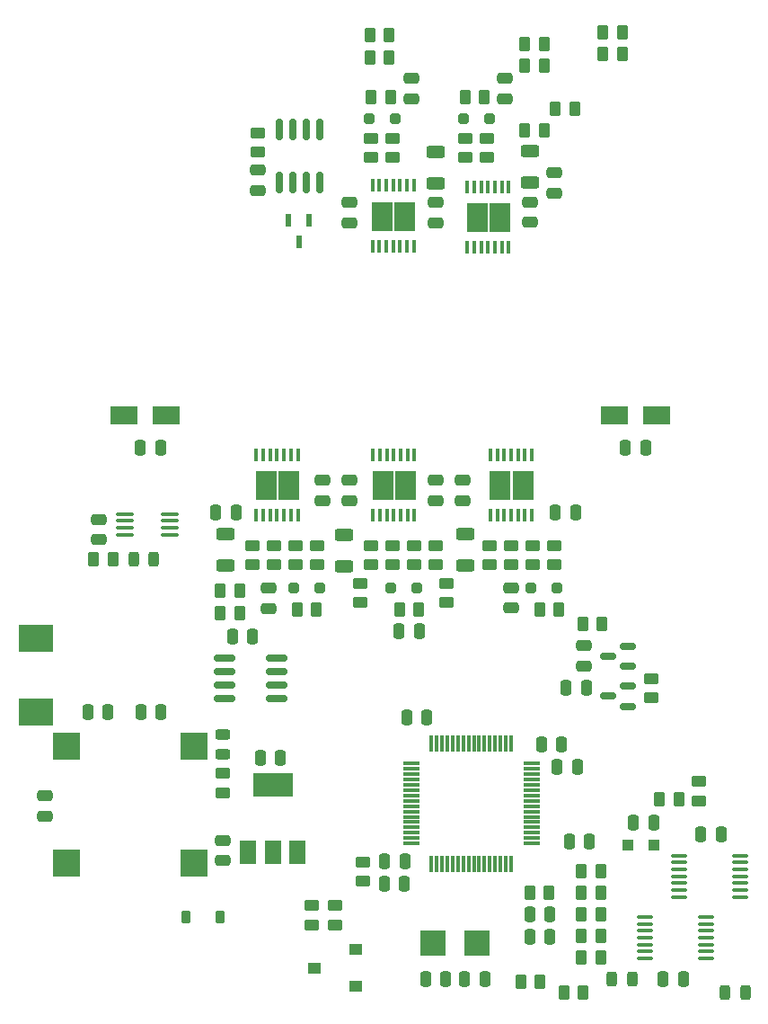
<source format=gtp>
G04 #@! TF.GenerationSoftware,KiCad,Pcbnew,7.0.6*
G04 #@! TF.CreationDate,2023-09-04T22:35:04-04:00*
G04 #@! TF.ProjectId,DingoPDM,44696e67-6f50-4444-9d2e-6b696361645f,v3*
G04 #@! TF.SameCoordinates,Original*
G04 #@! TF.FileFunction,Paste,Top*
G04 #@! TF.FilePolarity,Positive*
%FSLAX46Y46*%
G04 Gerber Fmt 4.6, Leading zero omitted, Abs format (unit mm)*
G04 Created by KiCad (PCBNEW 7.0.6) date 2023-09-04 22:35:04*
%MOMM*%
%LPD*%
G01*
G04 APERTURE LIST*
G04 Aperture macros list*
%AMRoundRect*
0 Rectangle with rounded corners*
0 $1 Rounding radius*
0 $2 $3 $4 $5 $6 $7 $8 $9 X,Y pos of 4 corners*
0 Add a 4 corners polygon primitive as box body*
4,1,4,$2,$3,$4,$5,$6,$7,$8,$9,$2,$3,0*
0 Add four circle primitives for the rounded corners*
1,1,$1+$1,$2,$3*
1,1,$1+$1,$4,$5*
1,1,$1+$1,$6,$7*
1,1,$1+$1,$8,$9*
0 Add four rect primitives between the rounded corners*
20,1,$1+$1,$2,$3,$4,$5,0*
20,1,$1+$1,$4,$5,$6,$7,0*
20,1,$1+$1,$6,$7,$8,$9,0*
20,1,$1+$1,$8,$9,$2,$3,0*%
G04 Aperture macros list end*
%ADD10C,0.010000*%
%ADD11RoundRect,0.250000X-0.262500X-0.450000X0.262500X-0.450000X0.262500X0.450000X-0.262500X0.450000X0*%
%ADD12RoundRect,0.243750X0.243750X0.456250X-0.243750X0.456250X-0.243750X-0.456250X0.243750X-0.456250X0*%
%ADD13RoundRect,0.250000X-0.450000X0.262500X-0.450000X-0.262500X0.450000X-0.262500X0.450000X0.262500X0*%
%ADD14RoundRect,0.250000X0.450000X-0.262500X0.450000X0.262500X-0.450000X0.262500X-0.450000X-0.262500X0*%
%ADD15RoundRect,0.150000X-0.825000X-0.150000X0.825000X-0.150000X0.825000X0.150000X-0.825000X0.150000X0*%
%ADD16R,2.400000X2.400000*%
%ADD17RoundRect,0.250000X-0.250000X-0.475000X0.250000X-0.475000X0.250000X0.475000X-0.250000X0.475000X0*%
%ADD18RoundRect,0.250000X-0.475000X0.250000X-0.475000X-0.250000X0.475000X-0.250000X0.475000X0.250000X0*%
%ADD19RoundRect,0.250000X0.475000X-0.250000X0.475000X0.250000X-0.475000X0.250000X-0.475000X-0.250000X0*%
%ADD20RoundRect,0.250000X0.250000X0.475000X-0.250000X0.475000X-0.250000X-0.475000X0.250000X-0.475000X0*%
%ADD21RoundRect,0.250000X0.625000X-0.312500X0.625000X0.312500X-0.625000X0.312500X-0.625000X-0.312500X0*%
%ADD22RoundRect,0.100000X0.637500X0.100000X-0.637500X0.100000X-0.637500X-0.100000X0.637500X-0.100000X0*%
%ADD23RoundRect,0.100000X0.712500X0.100000X-0.712500X0.100000X-0.712500X-0.100000X0.712500X-0.100000X0*%
%ADD24R,1.000000X1.000000*%
%ADD25RoundRect,0.250000X0.262500X0.450000X-0.262500X0.450000X-0.262500X-0.450000X0.262500X-0.450000X0*%
%ADD26R,0.450000X1.310000*%
%ADD27RoundRect,0.075000X0.075000X-0.700000X0.075000X0.700000X-0.075000X0.700000X-0.075000X-0.700000X0*%
%ADD28RoundRect,0.075000X0.700000X-0.075000X0.700000X0.075000X-0.700000X0.075000X-0.700000X-0.075000X0*%
%ADD29R,2.500000X2.500000*%
%ADD30RoundRect,0.150000X-0.150000X0.825000X-0.150000X-0.825000X0.150000X-0.825000X0.150000X0.825000X0*%
%ADD31RoundRect,0.243750X-0.456250X0.243750X-0.456250X-0.243750X0.456250X-0.243750X0.456250X0.243750X0*%
%ADD32R,0.600000X1.300000*%
%ADD33RoundRect,0.150000X0.587500X0.150000X-0.587500X0.150000X-0.587500X-0.150000X0.587500X-0.150000X0*%
%ADD34R,2.500000X1.700000*%
%ADD35RoundRect,0.250000X0.250000X0.250000X-0.250000X0.250000X-0.250000X-0.250000X0.250000X-0.250000X0*%
%ADD36RoundRect,0.250000X-0.625000X0.312500X-0.625000X-0.312500X0.625000X-0.312500X0.625000X0.312500X0*%
%ADD37RoundRect,0.250000X-0.250000X-0.250000X0.250000X-0.250000X0.250000X0.250000X-0.250000X0.250000X0*%
%ADD38R,1.500000X2.200000*%
%ADD39R,3.800000X2.200000*%
%ADD40RoundRect,0.225000X-0.225000X-0.375000X0.225000X-0.375000X0.225000X0.375000X-0.225000X0.375000X0*%
%ADD41R,3.300000X2.500000*%
%ADD42R,1.300000X1.000000*%
G04 APERTURE END LIST*
D10*
X10994800Y-14025000D02*
X9144800Y-14025000D01*
X9144800Y-11375000D01*
X10994800Y-11375000D01*
X10994800Y-14025000D01*
G36*
X10994800Y-14025000D02*
G01*
X9144800Y-14025000D01*
X9144800Y-11375000D01*
X10994800Y-11375000D01*
X10994800Y-14025000D01*
G37*
X13144800Y-14025000D02*
X11294800Y-14025000D01*
X11294800Y-11375000D01*
X13144800Y-11375000D01*
X13144800Y-14025000D01*
G36*
X13144800Y-14025000D02*
G01*
X11294800Y-14025000D01*
X11294800Y-11375000D01*
X13144800Y-11375000D01*
X13144800Y-14025000D01*
G37*
X-68000Y-14025000D02*
X-1918000Y-14025000D01*
X-1918000Y-11375000D01*
X-68000Y-11375000D01*
X-68000Y-14025000D01*
G36*
X-68000Y-14025000D02*
G01*
X-1918000Y-14025000D01*
X-1918000Y-11375000D01*
X-68000Y-11375000D01*
X-68000Y-14025000D01*
G37*
X2082000Y-14025000D02*
X232000Y-14025000D01*
X232000Y-11375000D01*
X2082000Y-11375000D01*
X2082000Y-14025000D01*
G36*
X2082000Y-14025000D02*
G01*
X232000Y-14025000D01*
X232000Y-11375000D01*
X2082000Y-11375000D01*
X2082000Y-14025000D01*
G37*
X10960400Y11227800D02*
X9110400Y11227800D01*
X9110400Y13877800D01*
X10960400Y13877800D01*
X10960400Y11227800D01*
G36*
X10960400Y11227800D02*
G01*
X9110400Y11227800D01*
X9110400Y13877800D01*
X10960400Y13877800D01*
X10960400Y11227800D01*
G37*
X8810400Y11227800D02*
X6960400Y11227800D01*
X6960400Y13877800D01*
X8810400Y13877800D01*
X8810400Y11227800D01*
G36*
X8810400Y11227800D02*
G01*
X6960400Y11227800D01*
X6960400Y13877800D01*
X8810400Y13877800D01*
X8810400Y11227800D01*
G37*
X2010400Y11329400D02*
X160400Y11329400D01*
X160400Y13979400D01*
X2010400Y13979400D01*
X2010400Y11329400D01*
G36*
X2010400Y11329400D02*
G01*
X160400Y11329400D01*
X160400Y13979400D01*
X2010400Y13979400D01*
X2010400Y11329400D01*
G37*
X-139600Y11329400D02*
X-1989600Y11329400D01*
X-1989600Y13979400D01*
X-139600Y13979400D01*
X-139600Y11329400D01*
G36*
X-139600Y11329400D02*
G01*
X-1989600Y11329400D01*
X-1989600Y13979400D01*
X-139600Y13979400D01*
X-139600Y11329400D01*
G37*
X-11072000Y-14025000D02*
X-12922000Y-14025000D01*
X-12922000Y-11375000D01*
X-11072000Y-11375000D01*
X-11072000Y-14025000D01*
G36*
X-11072000Y-14025000D02*
G01*
X-12922000Y-14025000D01*
X-12922000Y-11375000D01*
X-11072000Y-11375000D01*
X-11072000Y-14025000D01*
G37*
X-8922000Y-14025000D02*
X-10772000Y-14025000D01*
X-10772000Y-11375000D01*
X-8922000Y-11375000D01*
X-8922000Y-14025000D01*
G36*
X-8922000Y-14025000D02*
G01*
X-10772000Y-14025000D01*
X-10772000Y-11375000D01*
X-8922000Y-11375000D01*
X-8922000Y-14025000D01*
G37*
D11*
X13866500Y-59436000D03*
X12041500Y-59436000D03*
X16105500Y-60452000D03*
X17930500Y-60452000D03*
D12*
X22527500Y-59182000D03*
X20652500Y-59182000D03*
X33195500Y-60452000D03*
X31320500Y-60452000D03*
D13*
X11176000Y-18391500D03*
X11176000Y-20216500D03*
D14*
X15240000Y-20216500D03*
X15240000Y-18391500D03*
D15*
X-15872000Y-28956000D03*
X-15872000Y-30226000D03*
X-15872000Y-31496000D03*
X-15872000Y-32766000D03*
X-10922000Y-32766000D03*
X-10922000Y-31496000D03*
X-10922000Y-30226000D03*
X-10922000Y-28956000D03*
D16*
X3792000Y-55854600D03*
X7892000Y-55854600D03*
D17*
X-23810000Y-9144000D03*
X-21910000Y-9144000D03*
D18*
X-11684000Y-22418000D03*
X-11684000Y-24318000D03*
D19*
X-4064000Y-14158000D03*
X-4064000Y-12258000D03*
D20*
X2474000Y-26416000D03*
X574000Y-26416000D03*
X23810000Y-9144000D03*
X21910000Y-9144000D03*
D18*
X11176000Y-22352000D03*
X11176000Y-24252000D03*
D17*
X-16698000Y-15240000D03*
X-14798000Y-15240000D03*
D20*
X18222000Y-31811000D03*
X16322000Y-31811000D03*
D14*
X4064000Y-20216500D03*
X4064000Y-18391500D03*
D13*
X5080000Y-21947500D03*
X5080000Y-23772500D03*
X0Y-18391500D03*
X0Y-20216500D03*
D21*
X-4572000Y-20320000D03*
X-4572000Y-17395000D03*
D14*
X2032000Y-20216500D03*
X2032000Y-18391500D03*
D11*
X611500Y-24384000D03*
X2436500Y-24384000D03*
X17883500Y-25781000D03*
X19708500Y-25781000D03*
D22*
X32707500Y-51480000D03*
X32707500Y-50830000D03*
X32707500Y-50180000D03*
X32707500Y-49530000D03*
X32707500Y-48880000D03*
X32707500Y-48230000D03*
X32707500Y-47580000D03*
X26982500Y-47580000D03*
X26982500Y-48230000D03*
X26982500Y-48880000D03*
X26982500Y-49530000D03*
X26982500Y-50180000D03*
X26982500Y-50830000D03*
X26982500Y-51480000D03*
D17*
X13985200Y-37084000D03*
X15885200Y-37084000D03*
D23*
X-21050000Y-17358000D03*
X-21050000Y-16708000D03*
X-21050000Y-16058000D03*
X-21050000Y-15408000D03*
X-25275000Y-15408000D03*
X-25275000Y-16058000D03*
X-25275000Y-16708000D03*
X-25275000Y-17358000D03*
D20*
X24572000Y-44450000D03*
X22672000Y-44450000D03*
D24*
X24618000Y-46609000D03*
X22118000Y-46609000D03*
D13*
X28829000Y-40616500D03*
X28829000Y-42441500D03*
D25*
X26947500Y-42291000D03*
X25122500Y-42291000D03*
D19*
X-6604000Y-14158000D03*
X-6604000Y-12258000D03*
X4064000Y-14158000D03*
X4064000Y-12258000D03*
D26*
X9194800Y-15550000D03*
X9844800Y-15550000D03*
X10494800Y-15550000D03*
X11144800Y-15550000D03*
X11794800Y-15550000D03*
X12444800Y-15550000D03*
X13094800Y-15550000D03*
X13094800Y-9850000D03*
X12444800Y-9850000D03*
X11794800Y-9850000D03*
X11144800Y-9850000D03*
X10494800Y-9850000D03*
X9844800Y-9850000D03*
X9194800Y-9850000D03*
D19*
X6604000Y-14158000D03*
X6604000Y-12258000D03*
D20*
X17206000Y-15240000D03*
X15306000Y-15240000D03*
D13*
X-9144000Y-18391500D03*
X-9144000Y-20216500D03*
D25*
X14732000Y-51054000D03*
X12907000Y-51054000D03*
D19*
X-12700000Y15052000D03*
X-12700000Y16952000D03*
D14*
X24384000Y-32723500D03*
X24384000Y-30898500D03*
D27*
X3628000Y-48361600D03*
X4128000Y-48361600D03*
X4628000Y-48361600D03*
X5128000Y-48361600D03*
X5628000Y-48361600D03*
X6128000Y-48361600D03*
X6628000Y-48361600D03*
X7128000Y-48361600D03*
X7628000Y-48361600D03*
X8128000Y-48361600D03*
X8628000Y-48361600D03*
X9128000Y-48361600D03*
X9628000Y-48361600D03*
X10128000Y-48361600D03*
X10628000Y-48361600D03*
X11128000Y-48361600D03*
D28*
X13053000Y-46436600D03*
X13053000Y-45936600D03*
X13053000Y-45436600D03*
X13053000Y-44936600D03*
X13053000Y-44436600D03*
X13053000Y-43936600D03*
X13053000Y-43436600D03*
X13053000Y-42936600D03*
X13053000Y-42436600D03*
X13053000Y-41936600D03*
X13053000Y-41436600D03*
X13053000Y-40936600D03*
X13053000Y-40436600D03*
X13053000Y-39936600D03*
X13053000Y-39436600D03*
X13053000Y-38936600D03*
D27*
X11128000Y-37011600D03*
X10628000Y-37011600D03*
X10128000Y-37011600D03*
X9628000Y-37011600D03*
X9128000Y-37011600D03*
X8628000Y-37011600D03*
X8128000Y-37011600D03*
X7628000Y-37011600D03*
X7128000Y-37011600D03*
X6628000Y-37011600D03*
X6128000Y-37011600D03*
X5628000Y-37011600D03*
X5128000Y-37011600D03*
X4628000Y-37011600D03*
X4128000Y-37011600D03*
X3628000Y-37011600D03*
D28*
X1703000Y-38936600D03*
X1703000Y-39436600D03*
X1703000Y-39936600D03*
X1703000Y-40436600D03*
X1703000Y-40936600D03*
X1703000Y-41436600D03*
X1703000Y-41936600D03*
X1703000Y-42436600D03*
X1703000Y-42936600D03*
X1703000Y-43436600D03*
X1703000Y-43936600D03*
X1703000Y-44436600D03*
X1703000Y-44936600D03*
X1703000Y-45436600D03*
X1703000Y-45936600D03*
X1703000Y-46436600D03*
D26*
X-1868000Y-15550000D03*
X-1218000Y-15550000D03*
X-568000Y-15550000D03*
X82000Y-15550000D03*
X732000Y-15550000D03*
X1382000Y-15550000D03*
X2032000Y-15550000D03*
X2032000Y-9850000D03*
X1382000Y-9850000D03*
X732000Y-9850000D03*
X82000Y-9850000D03*
X-568000Y-9850000D03*
X-1218000Y-9850000D03*
X-1868000Y-9850000D03*
D18*
X18034000Y-27813000D03*
X18034000Y-29713000D03*
D11*
X13819500Y-24384000D03*
X15644500Y-24384000D03*
D20*
X14793000Y-55245000D03*
X12893000Y-55245000D03*
D29*
X-18765000Y-37299000D03*
X-18765000Y-48299000D03*
X-30765000Y-48299000D03*
X-30765000Y-37299000D03*
D30*
X-6908800Y20777200D03*
X-8178800Y20777200D03*
X-9448800Y20777200D03*
X-10718800Y20777200D03*
X-10718800Y15827200D03*
X-9448800Y15827200D03*
X-8178800Y15827200D03*
X-6908800Y15827200D03*
D13*
X-11176000Y-18391500D03*
X-11176000Y-20216500D03*
D17*
X-28763000Y-34036000D03*
X-26863000Y-34036000D03*
D20*
X-21849000Y-34036000D03*
X-23749000Y-34036000D03*
D19*
X-32766000Y-43876000D03*
X-32766000Y-41976000D03*
X-16002000Y-48067000D03*
X-16002000Y-46167000D03*
D20*
X-10607000Y-38354000D03*
X-12507000Y-38354000D03*
X4963200Y-59207400D03*
X3063200Y-59207400D03*
D17*
X6771600Y-59207400D03*
X8671600Y-59207400D03*
D31*
X-16002000Y-36146500D03*
X-16002000Y-38021500D03*
D32*
X-7924800Y12271200D03*
X-9824800Y12271200D03*
X-8874800Y10171200D03*
D12*
X-22557500Y-19685000D03*
X-24432500Y-19685000D03*
D33*
X22171900Y-33523000D03*
X22171900Y-31623000D03*
X20296900Y-32573000D03*
X22148800Y-29779000D03*
X22148800Y-27879000D03*
X20273800Y-28829000D03*
D25*
X-14454500Y-22606000D03*
X-16279500Y-22606000D03*
X-14454500Y-24765000D03*
X-16279500Y-24765000D03*
X-26392500Y-19685000D03*
X-28217500Y-19685000D03*
D20*
X1105600Y-48096800D03*
X-794400Y-48096800D03*
D13*
X-2032000Y-18391500D03*
X-2032000Y-20216500D03*
X-3048000Y-21947500D03*
X-3048000Y-23772500D03*
D14*
X0Y18137500D03*
X0Y19962500D03*
D18*
X15240000Y16698000D03*
X15240000Y14798000D03*
D34*
X-25368000Y-6096000D03*
X-21368000Y-6096000D03*
D35*
X15474000Y-22352000D03*
X12974000Y-22352000D03*
D20*
X1090400Y-50230400D03*
X-809600Y-50230400D03*
D26*
X10910400Y15402800D03*
X10260400Y15402800D03*
X9610400Y15402800D03*
X8960400Y15402800D03*
X8310400Y15402800D03*
X7660400Y15402800D03*
X7010400Y15402800D03*
X7010400Y9702800D03*
X7660400Y9702800D03*
X8310400Y9702800D03*
X8960400Y9702800D03*
X9610400Y9702800D03*
X10260400Y9702800D03*
X10910400Y9702800D03*
D35*
X2266000Y-22352000D03*
X-234000Y-22352000D03*
D11*
X15292700Y22707600D03*
X17117700Y22707600D03*
D17*
X16637000Y-46228000D03*
X18537000Y-46228000D03*
D13*
X13208000Y-18391500D03*
X13208000Y-20216500D03*
D25*
X8636000Y23876000D03*
X6811000Y23876000D03*
D13*
X-12700000Y20470500D03*
X-12700000Y18645500D03*
D26*
X1960400Y15504400D03*
X1310400Y15504400D03*
X660400Y15504400D03*
X10400Y15504400D03*
X-639600Y15504400D03*
X-1289600Y15504400D03*
X-1939600Y15504400D03*
X-1939600Y9804400D03*
X-1289600Y9804400D03*
X-639600Y9804400D03*
X10400Y9804400D03*
X660400Y9804400D03*
X1310400Y9804400D03*
X1960400Y9804400D03*
D14*
X8890000Y18137500D03*
X8890000Y19962500D03*
D36*
X12954000Y18734500D03*
X12954000Y15809500D03*
D14*
X-7620000Y-54102000D03*
X-7620000Y-52277000D03*
D11*
X17756500Y-49022000D03*
X19581500Y-49022000D03*
D25*
X-357500Y27559000D03*
X-2182500Y27559000D03*
D17*
X25466000Y-59182000D03*
X27366000Y-59182000D03*
D20*
X-13208000Y-26924000D03*
X-15108000Y-26924000D03*
D18*
X10541000Y25588000D03*
X10541000Y23688000D03*
D19*
X-27734500Y-17841000D03*
X-27734500Y-15941000D03*
D37*
X-2266000Y21844000D03*
X234000Y21844000D03*
D36*
X4064000Y18673000D03*
X4064000Y15748000D03*
D34*
X24860000Y-6096000D03*
X20860000Y-6096000D03*
D13*
X-2032000Y19962500D03*
X-2032000Y18137500D03*
D14*
X-2794000Y-50010700D03*
X-2794000Y-48185700D03*
D25*
X14247500Y26797000D03*
X12422500Y26797000D03*
D11*
X17756500Y-53086000D03*
X19581500Y-53086000D03*
D18*
X4064000Y13904000D03*
X4064000Y12004000D03*
D38*
X-13638600Y-47244000D03*
X-11338600Y-47244000D03*
X-9038600Y-47244000D03*
D39*
X-11338600Y-40944000D03*
D21*
X-15748000Y-20258500D03*
X-15748000Y-17333500D03*
D13*
X-13208000Y-18391500D03*
X-13208000Y-20216500D03*
D37*
X6624000Y21844000D03*
X9124000Y21844000D03*
D40*
X-19556000Y-53340000D03*
X-16256000Y-53340000D03*
D18*
X-4064000Y13904000D03*
X-4064000Y12004000D03*
D20*
X14793000Y-53086000D03*
X12893000Y-53086000D03*
D11*
X12422500Y20701000D03*
X14247500Y20701000D03*
D13*
X-16002000Y-39829100D03*
X-16002000Y-41654100D03*
D11*
X19788500Y29972000D03*
X21613500Y29972000D03*
D18*
X12954000Y13970000D03*
X12954000Y12070000D03*
D11*
X-9040500Y-24384000D03*
X-7215500Y-24384000D03*
D18*
X1778000Y25588000D03*
X1778000Y23688000D03*
D26*
X-12872000Y-15550000D03*
X-12222000Y-15550000D03*
X-11572000Y-15550000D03*
X-10922000Y-15550000D03*
X-10272000Y-15550000D03*
X-9622000Y-15550000D03*
X-8972000Y-15550000D03*
X-8972000Y-9850000D03*
X-9622000Y-9850000D03*
X-10272000Y-9850000D03*
X-10922000Y-9850000D03*
X-11572000Y-9850000D03*
X-12222000Y-9850000D03*
X-12872000Y-9850000D03*
D13*
X6858000Y19962500D03*
X6858000Y18137500D03*
D41*
X-33655000Y-27136000D03*
X-33665000Y-34036000D03*
D42*
X-3511000Y-59916000D03*
X-7411000Y-58166000D03*
X-3511000Y-56416000D03*
D17*
X29022000Y-45593000D03*
X30922000Y-45593000D03*
D11*
X17780000Y-57150000D03*
X19605000Y-57150000D03*
X17756500Y-51054000D03*
X19581500Y-51054000D03*
D25*
X-207000Y23876000D03*
X-2032000Y23876000D03*
D11*
X-2182500Y29718000D03*
X-357500Y29718000D03*
X12422500Y28829000D03*
X14247500Y28829000D03*
D17*
X1273200Y-34584000D03*
X3173200Y-34584000D03*
D13*
X9144000Y-18391500D03*
X9144000Y-20216500D03*
D21*
X6858000Y-20258500D03*
X6858000Y-17333500D03*
D11*
X17756500Y-55118000D03*
X19581500Y-55118000D03*
D35*
X-6878000Y-22352000D03*
X-9378000Y-22352000D03*
D11*
X19788500Y27940000D03*
X21613500Y27940000D03*
D17*
X15473600Y-39268400D03*
X17373600Y-39268400D03*
D13*
X-5461000Y-52300500D03*
X-5461000Y-54125500D03*
D22*
X29474000Y-57277000D03*
X29474000Y-56627000D03*
X29474000Y-55977000D03*
X29474000Y-55327000D03*
X29474000Y-54677000D03*
X29474000Y-54027000D03*
X29474000Y-53377000D03*
X23749000Y-53377000D03*
X23749000Y-54027000D03*
X23749000Y-54677000D03*
X23749000Y-55327000D03*
X23749000Y-55977000D03*
X23749000Y-56627000D03*
X23749000Y-57277000D03*
D14*
X-7112000Y-20216500D03*
X-7112000Y-18391500D03*
M02*

</source>
